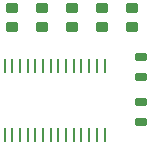
<source format=gbr>
G04 DipTrace 4.1.3.1*
G04 TopPaste.gbr*
%MOIN*%
G04 #@! TF.FileFunction,Paste,Top*
G04 #@! TF.Part,Single*
%AMOUTLINE2*
4,1,28,
-0.019094,-0.009517,
-0.019095,0.009516,
-0.018824,0.011577,
-0.018078,0.013377,
-0.016892,0.014922,
-0.015346,0.016109,
-0.013546,0.016854,
-0.011486,0.017126,
0.011485,0.017126,
0.013545,0.016855,
0.015345,0.01611,
0.016891,0.014924,
0.018077,0.013378,
0.018823,0.011578,
0.019094,0.009517,
0.019095,-0.009516,
0.018824,-0.011577,
0.018078,-0.013377,
0.016892,-0.014922,
0.015346,-0.016109,
0.013546,-0.016854,
0.011486,-0.017126,
-0.011485,-0.017126,
-0.013545,-0.016855,
-0.015345,-0.01611,
-0.016891,-0.014924,
-0.018077,-0.013378,
-0.018823,-0.011578,
-0.019094,-0.009517,
0*%
%AMOUTLINE5*
4,1,28,
0.019094,0.009517,
0.019095,-0.009516,
0.018824,-0.011577,
0.018078,-0.013377,
0.016892,-0.014922,
0.015346,-0.016109,
0.013546,-0.016854,
0.011486,-0.017126,
-0.011485,-0.017126,
-0.013545,-0.016855,
-0.015345,-0.01611,
-0.016891,-0.014924,
-0.018077,-0.013378,
-0.018823,-0.011578,
-0.019094,-0.009517,
-0.019095,0.009516,
-0.018824,0.011577,
-0.018078,0.013377,
-0.016892,0.014922,
-0.015346,0.016109,
-0.013546,0.016854,
-0.011486,0.017126,
0.011485,0.017126,
0.013545,0.016855,
0.015345,0.01611,
0.016891,0.014924,
0.018077,0.013378,
0.018823,0.011578,
0.019094,0.009517,
0*%
%AMOUTLINE8*
4,1,28,
-0.019094,-0.008336,
-0.019095,0.008335,
-0.018864,0.01009,
-0.018236,0.011605,
-0.017238,0.012906,
-0.015937,0.013905,
-0.014421,0.014532,
-0.012667,0.014764,
0.012666,0.014764,
0.014421,0.014533,
0.015936,0.013905,
0.017237,0.012907,
0.018236,0.011606,
0.018863,0.010091,
0.019094,0.008336,
0.019095,-0.008335,
0.018864,-0.01009,
0.018236,-0.011605,
0.017238,-0.012906,
0.015937,-0.013905,
0.014421,-0.014532,
0.012667,-0.014764,
-0.012666,-0.014764,
-0.014421,-0.014533,
-0.015936,-0.013905,
-0.017237,-0.012907,
-0.018236,-0.011606,
-0.018863,-0.010091,
-0.019094,-0.008336,
0*%
%AMOUTLINE11*
4,1,28,
0.019094,0.008336,
0.019095,-0.008335,
0.018864,-0.01009,
0.018236,-0.011605,
0.017238,-0.012906,
0.015937,-0.013905,
0.014421,-0.014532,
0.012667,-0.014764,
-0.012666,-0.014764,
-0.014421,-0.014533,
-0.015936,-0.013905,
-0.017237,-0.012907,
-0.018236,-0.011606,
-0.018863,-0.010091,
-0.019094,-0.008336,
-0.019095,0.008335,
-0.018864,0.01009,
-0.018236,0.011605,
-0.017238,0.012906,
-0.015937,0.013905,
-0.014421,0.014532,
-0.012667,0.014764,
0.012666,0.014764,
0.014421,0.014533,
0.015936,0.013905,
0.017237,0.012907,
0.018236,0.011606,
0.018863,0.010091,
0.019094,0.008336,
0*%
%ADD31R,0.00748X0.049213*%
%ADD36OUTLINE2*%
%ADD39OUTLINE5*%
%ADD42OUTLINE8*%
%ADD45OUTLINE11*%
%FSLAX26Y26*%
G04*
G70*
G90*
G75*
G01*
G04 TopPaste*
%LPD*%
D31*
X799401Y1002572D3*
X773810Y1002570D3*
X748219Y1002568D3*
X722629Y1002566D3*
X697038Y1002564D3*
X671448Y1002562D3*
X645857Y1002560D3*
X620267Y1002558D3*
X594676Y1002556D3*
X569086Y1002554D3*
X543495Y1002552D3*
X517905Y1002550D3*
X492314Y1002548D3*
X466723Y1002546D3*
X466741Y772231D3*
X492332Y772233D3*
X517922Y772235D3*
X543513Y772237D3*
X569103Y772239D3*
X594694Y772241D3*
X620284Y772243D3*
X645875Y772245D3*
X671466Y772247D3*
X697056Y772249D3*
X722647Y772251D3*
X748237Y772253D3*
X773828Y772255D3*
X799418Y772257D3*
D36*
X490157Y1133071D3*
D39*
X490155Y1196063D3*
D36*
X590158Y1133071D3*
D39*
X590155Y1196063D3*
D36*
X690158Y1133071D3*
D39*
X690155Y1196063D3*
D36*
X790158Y1133071D3*
D39*
X790155Y1196063D3*
D36*
X890159Y1133071D3*
D39*
X890156Y1196063D3*
D42*
X921654Y967471D3*
D45*
X921653Y1034007D3*
D42*
X921802Y817520D3*
D45*
X921799Y884055D3*
M02*

</source>
